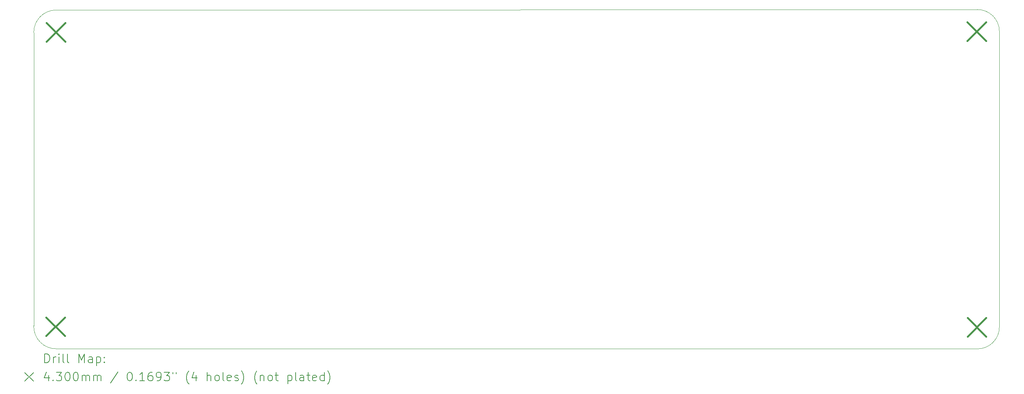
<source format=gbr>
%FSLAX45Y45*%
G04 Gerber Fmt 4.5, Leading zero omitted, Abs format (unit mm)*
G04 Created by KiCad (PCBNEW 6.0.6-3a73a75311~116~ubuntu20.04.1) date 2022-10-05 11:55:43*
%MOMM*%
%LPD*%
G01*
G04 APERTURE LIST*
%TA.AperFunction,Profile*%
%ADD10C,0.100000*%
%TD*%
%ADD11C,0.200000*%
%ADD12C,0.430000*%
G04 APERTURE END LIST*
D10*
X25599400Y-12517819D02*
G75*
G03*
X26109400Y-12005600I5600J504429D01*
G01*
X26109395Y-5215600D02*
G75*
G03*
X25599400Y-4715600I-502726J-2680D01*
G01*
X26109400Y-5215600D02*
X26109400Y-12005600D01*
X25599400Y-12517818D02*
X4449400Y-12515600D01*
X4439400Y-4725600D02*
G75*
G03*
X3929400Y-5245600I5962J-515944D01*
G01*
X3929400Y-11985600D02*
X3929400Y-5245600D01*
X4439400Y-4725600D02*
X25599400Y-4715600D01*
X3929401Y-11985600D02*
G75*
G03*
X4449400Y-12515600I513809J-15980D01*
G01*
D11*
D12*
X4210400Y-11790600D02*
X4640400Y-12220600D01*
X4640400Y-11790600D02*
X4210400Y-12220600D01*
X4220400Y-5020600D02*
X4650400Y-5450600D01*
X4650400Y-5020600D02*
X4220400Y-5450600D01*
X25374400Y-5005600D02*
X25804400Y-5435600D01*
X25804400Y-5005600D02*
X25374400Y-5435600D01*
X25376400Y-11805600D02*
X25806400Y-12235600D01*
X25806400Y-11805600D02*
X25376400Y-12235600D01*
D11*
X4181772Y-12833326D02*
X4181772Y-12633326D01*
X4229391Y-12633326D01*
X4257962Y-12642850D01*
X4277010Y-12661898D01*
X4286534Y-12680945D01*
X4296057Y-12719041D01*
X4296057Y-12747612D01*
X4286534Y-12785707D01*
X4277010Y-12804755D01*
X4257962Y-12823802D01*
X4229391Y-12833326D01*
X4181772Y-12833326D01*
X4381772Y-12833326D02*
X4381772Y-12699993D01*
X4381772Y-12738088D02*
X4391296Y-12719041D01*
X4400819Y-12709517D01*
X4419867Y-12699993D01*
X4438915Y-12699993D01*
X4505581Y-12833326D02*
X4505581Y-12699993D01*
X4505581Y-12633326D02*
X4496057Y-12642850D01*
X4505581Y-12652374D01*
X4515105Y-12642850D01*
X4505581Y-12633326D01*
X4505581Y-12652374D01*
X4629391Y-12833326D02*
X4610343Y-12823802D01*
X4600819Y-12804755D01*
X4600819Y-12633326D01*
X4734153Y-12833326D02*
X4715105Y-12823802D01*
X4705581Y-12804755D01*
X4705581Y-12633326D01*
X4962724Y-12833326D02*
X4962724Y-12633326D01*
X5029391Y-12776183D01*
X5096057Y-12633326D01*
X5096057Y-12833326D01*
X5277010Y-12833326D02*
X5277010Y-12728564D01*
X5267486Y-12709517D01*
X5248438Y-12699993D01*
X5210343Y-12699993D01*
X5191296Y-12709517D01*
X5277010Y-12823802D02*
X5257962Y-12833326D01*
X5210343Y-12833326D01*
X5191296Y-12823802D01*
X5181772Y-12804755D01*
X5181772Y-12785707D01*
X5191296Y-12766660D01*
X5210343Y-12757136D01*
X5257962Y-12757136D01*
X5277010Y-12747612D01*
X5372248Y-12699993D02*
X5372248Y-12899993D01*
X5372248Y-12709517D02*
X5391296Y-12699993D01*
X5429391Y-12699993D01*
X5448438Y-12709517D01*
X5457962Y-12719041D01*
X5467486Y-12738088D01*
X5467486Y-12795231D01*
X5457962Y-12814279D01*
X5448438Y-12823802D01*
X5429391Y-12833326D01*
X5391296Y-12833326D01*
X5372248Y-12823802D01*
X5553200Y-12814279D02*
X5562724Y-12823802D01*
X5553200Y-12833326D01*
X5543677Y-12823802D01*
X5553200Y-12814279D01*
X5553200Y-12833326D01*
X5553200Y-12709517D02*
X5562724Y-12719041D01*
X5553200Y-12728564D01*
X5543677Y-12719041D01*
X5553200Y-12709517D01*
X5553200Y-12728564D01*
X3724153Y-13062850D02*
X3924153Y-13262850D01*
X3924153Y-13062850D02*
X3724153Y-13262850D01*
X4267486Y-13119993D02*
X4267486Y-13253326D01*
X4219867Y-13043802D02*
X4172248Y-13186660D01*
X4296057Y-13186660D01*
X4372248Y-13234279D02*
X4381772Y-13243802D01*
X4372248Y-13253326D01*
X4362724Y-13243802D01*
X4372248Y-13234279D01*
X4372248Y-13253326D01*
X4448438Y-13053326D02*
X4572248Y-13053326D01*
X4505581Y-13129517D01*
X4534153Y-13129517D01*
X4553200Y-13139041D01*
X4562724Y-13148564D01*
X4572248Y-13167612D01*
X4572248Y-13215231D01*
X4562724Y-13234279D01*
X4553200Y-13243802D01*
X4534153Y-13253326D01*
X4477010Y-13253326D01*
X4457962Y-13243802D01*
X4448438Y-13234279D01*
X4696057Y-13053326D02*
X4715105Y-13053326D01*
X4734153Y-13062850D01*
X4743677Y-13072374D01*
X4753200Y-13091422D01*
X4762724Y-13129517D01*
X4762724Y-13177136D01*
X4753200Y-13215231D01*
X4743677Y-13234279D01*
X4734153Y-13243802D01*
X4715105Y-13253326D01*
X4696057Y-13253326D01*
X4677010Y-13243802D01*
X4667486Y-13234279D01*
X4657962Y-13215231D01*
X4648438Y-13177136D01*
X4648438Y-13129517D01*
X4657962Y-13091422D01*
X4667486Y-13072374D01*
X4677010Y-13062850D01*
X4696057Y-13053326D01*
X4886534Y-13053326D02*
X4905581Y-13053326D01*
X4924629Y-13062850D01*
X4934153Y-13072374D01*
X4943677Y-13091422D01*
X4953200Y-13129517D01*
X4953200Y-13177136D01*
X4943677Y-13215231D01*
X4934153Y-13234279D01*
X4924629Y-13243802D01*
X4905581Y-13253326D01*
X4886534Y-13253326D01*
X4867486Y-13243802D01*
X4857962Y-13234279D01*
X4848438Y-13215231D01*
X4838915Y-13177136D01*
X4838915Y-13129517D01*
X4848438Y-13091422D01*
X4857962Y-13072374D01*
X4867486Y-13062850D01*
X4886534Y-13053326D01*
X5038915Y-13253326D02*
X5038915Y-13119993D01*
X5038915Y-13139041D02*
X5048438Y-13129517D01*
X5067486Y-13119993D01*
X5096057Y-13119993D01*
X5115105Y-13129517D01*
X5124629Y-13148564D01*
X5124629Y-13253326D01*
X5124629Y-13148564D02*
X5134153Y-13129517D01*
X5153200Y-13119993D01*
X5181772Y-13119993D01*
X5200819Y-13129517D01*
X5210343Y-13148564D01*
X5210343Y-13253326D01*
X5305581Y-13253326D02*
X5305581Y-13119993D01*
X5305581Y-13139041D02*
X5315105Y-13129517D01*
X5334153Y-13119993D01*
X5362724Y-13119993D01*
X5381772Y-13129517D01*
X5391296Y-13148564D01*
X5391296Y-13253326D01*
X5391296Y-13148564D02*
X5400819Y-13129517D01*
X5419867Y-13119993D01*
X5448438Y-13119993D01*
X5467486Y-13129517D01*
X5477010Y-13148564D01*
X5477010Y-13253326D01*
X5867486Y-13043802D02*
X5696057Y-13300945D01*
X6124629Y-13053326D02*
X6143676Y-13053326D01*
X6162724Y-13062850D01*
X6172248Y-13072374D01*
X6181772Y-13091422D01*
X6191295Y-13129517D01*
X6191295Y-13177136D01*
X6181772Y-13215231D01*
X6172248Y-13234279D01*
X6162724Y-13243802D01*
X6143676Y-13253326D01*
X6124629Y-13253326D01*
X6105581Y-13243802D01*
X6096057Y-13234279D01*
X6086534Y-13215231D01*
X6077010Y-13177136D01*
X6077010Y-13129517D01*
X6086534Y-13091422D01*
X6096057Y-13072374D01*
X6105581Y-13062850D01*
X6124629Y-13053326D01*
X6277010Y-13234279D02*
X6286534Y-13243802D01*
X6277010Y-13253326D01*
X6267486Y-13243802D01*
X6277010Y-13234279D01*
X6277010Y-13253326D01*
X6477010Y-13253326D02*
X6362724Y-13253326D01*
X6419867Y-13253326D02*
X6419867Y-13053326D01*
X6400819Y-13081898D01*
X6381772Y-13100945D01*
X6362724Y-13110469D01*
X6648438Y-13053326D02*
X6610343Y-13053326D01*
X6591295Y-13062850D01*
X6581772Y-13072374D01*
X6562724Y-13100945D01*
X6553200Y-13139041D01*
X6553200Y-13215231D01*
X6562724Y-13234279D01*
X6572248Y-13243802D01*
X6591295Y-13253326D01*
X6629391Y-13253326D01*
X6648438Y-13243802D01*
X6657962Y-13234279D01*
X6667486Y-13215231D01*
X6667486Y-13167612D01*
X6657962Y-13148564D01*
X6648438Y-13139041D01*
X6629391Y-13129517D01*
X6591295Y-13129517D01*
X6572248Y-13139041D01*
X6562724Y-13148564D01*
X6553200Y-13167612D01*
X6762724Y-13253326D02*
X6800819Y-13253326D01*
X6819867Y-13243802D01*
X6829391Y-13234279D01*
X6848438Y-13205707D01*
X6857962Y-13167612D01*
X6857962Y-13091422D01*
X6848438Y-13072374D01*
X6838915Y-13062850D01*
X6819867Y-13053326D01*
X6781772Y-13053326D01*
X6762724Y-13062850D01*
X6753200Y-13072374D01*
X6743676Y-13091422D01*
X6743676Y-13139041D01*
X6753200Y-13158088D01*
X6762724Y-13167612D01*
X6781772Y-13177136D01*
X6819867Y-13177136D01*
X6838915Y-13167612D01*
X6848438Y-13158088D01*
X6857962Y-13139041D01*
X6924629Y-13053326D02*
X7048438Y-13053326D01*
X6981772Y-13129517D01*
X7010343Y-13129517D01*
X7029391Y-13139041D01*
X7038915Y-13148564D01*
X7048438Y-13167612D01*
X7048438Y-13215231D01*
X7038915Y-13234279D01*
X7029391Y-13243802D01*
X7010343Y-13253326D01*
X6953200Y-13253326D01*
X6934153Y-13243802D01*
X6924629Y-13234279D01*
X7124629Y-13053326D02*
X7124629Y-13091422D01*
X7200819Y-13053326D02*
X7200819Y-13091422D01*
X7496057Y-13329517D02*
X7486534Y-13319993D01*
X7467486Y-13291422D01*
X7457962Y-13272374D01*
X7448438Y-13243802D01*
X7438915Y-13196183D01*
X7438915Y-13158088D01*
X7448438Y-13110469D01*
X7457962Y-13081898D01*
X7467486Y-13062850D01*
X7486534Y-13034279D01*
X7496057Y-13024755D01*
X7657962Y-13119993D02*
X7657962Y-13253326D01*
X7610343Y-13043802D02*
X7562724Y-13186660D01*
X7686534Y-13186660D01*
X7915105Y-13253326D02*
X7915105Y-13053326D01*
X8000819Y-13253326D02*
X8000819Y-13148564D01*
X7991295Y-13129517D01*
X7972248Y-13119993D01*
X7943676Y-13119993D01*
X7924629Y-13129517D01*
X7915105Y-13139041D01*
X8124629Y-13253326D02*
X8105581Y-13243802D01*
X8096057Y-13234279D01*
X8086534Y-13215231D01*
X8086534Y-13158088D01*
X8096057Y-13139041D01*
X8105581Y-13129517D01*
X8124629Y-13119993D01*
X8153200Y-13119993D01*
X8172248Y-13129517D01*
X8181772Y-13139041D01*
X8191295Y-13158088D01*
X8191295Y-13215231D01*
X8181772Y-13234279D01*
X8172248Y-13243802D01*
X8153200Y-13253326D01*
X8124629Y-13253326D01*
X8305581Y-13253326D02*
X8286534Y-13243802D01*
X8277010Y-13224755D01*
X8277010Y-13053326D01*
X8457962Y-13243802D02*
X8438915Y-13253326D01*
X8400819Y-13253326D01*
X8381772Y-13243802D01*
X8372248Y-13224755D01*
X8372248Y-13148564D01*
X8381772Y-13129517D01*
X8400819Y-13119993D01*
X8438915Y-13119993D01*
X8457962Y-13129517D01*
X8467486Y-13148564D01*
X8467486Y-13167612D01*
X8372248Y-13186660D01*
X8543677Y-13243802D02*
X8562724Y-13253326D01*
X8600819Y-13253326D01*
X8619867Y-13243802D01*
X8629391Y-13224755D01*
X8629391Y-13215231D01*
X8619867Y-13196183D01*
X8600819Y-13186660D01*
X8572248Y-13186660D01*
X8553200Y-13177136D01*
X8543677Y-13158088D01*
X8543677Y-13148564D01*
X8553200Y-13129517D01*
X8572248Y-13119993D01*
X8600819Y-13119993D01*
X8619867Y-13129517D01*
X8696057Y-13329517D02*
X8705581Y-13319993D01*
X8724629Y-13291422D01*
X8734153Y-13272374D01*
X8743677Y-13243802D01*
X8753200Y-13196183D01*
X8753200Y-13158088D01*
X8743677Y-13110469D01*
X8734153Y-13081898D01*
X8724629Y-13062850D01*
X8705581Y-13034279D01*
X8696057Y-13024755D01*
X9057962Y-13329517D02*
X9048438Y-13319993D01*
X9029391Y-13291422D01*
X9019867Y-13272374D01*
X9010343Y-13243802D01*
X9000819Y-13196183D01*
X9000819Y-13158088D01*
X9010343Y-13110469D01*
X9019867Y-13081898D01*
X9029391Y-13062850D01*
X9048438Y-13034279D01*
X9057962Y-13024755D01*
X9134153Y-13119993D02*
X9134153Y-13253326D01*
X9134153Y-13139041D02*
X9143677Y-13129517D01*
X9162724Y-13119993D01*
X9191296Y-13119993D01*
X9210343Y-13129517D01*
X9219867Y-13148564D01*
X9219867Y-13253326D01*
X9343677Y-13253326D02*
X9324629Y-13243802D01*
X9315105Y-13234279D01*
X9305581Y-13215231D01*
X9305581Y-13158088D01*
X9315105Y-13139041D01*
X9324629Y-13129517D01*
X9343677Y-13119993D01*
X9372248Y-13119993D01*
X9391296Y-13129517D01*
X9400819Y-13139041D01*
X9410343Y-13158088D01*
X9410343Y-13215231D01*
X9400819Y-13234279D01*
X9391296Y-13243802D01*
X9372248Y-13253326D01*
X9343677Y-13253326D01*
X9467486Y-13119993D02*
X9543677Y-13119993D01*
X9496057Y-13053326D02*
X9496057Y-13224755D01*
X9505581Y-13243802D01*
X9524629Y-13253326D01*
X9543677Y-13253326D01*
X9762724Y-13119993D02*
X9762724Y-13319993D01*
X9762724Y-13129517D02*
X9781772Y-13119993D01*
X9819867Y-13119993D01*
X9838915Y-13129517D01*
X9848438Y-13139041D01*
X9857962Y-13158088D01*
X9857962Y-13215231D01*
X9848438Y-13234279D01*
X9838915Y-13243802D01*
X9819867Y-13253326D01*
X9781772Y-13253326D01*
X9762724Y-13243802D01*
X9972248Y-13253326D02*
X9953200Y-13243802D01*
X9943677Y-13224755D01*
X9943677Y-13053326D01*
X10134153Y-13253326D02*
X10134153Y-13148564D01*
X10124629Y-13129517D01*
X10105581Y-13119993D01*
X10067486Y-13119993D01*
X10048438Y-13129517D01*
X10134153Y-13243802D02*
X10115105Y-13253326D01*
X10067486Y-13253326D01*
X10048438Y-13243802D01*
X10038915Y-13224755D01*
X10038915Y-13205707D01*
X10048438Y-13186660D01*
X10067486Y-13177136D01*
X10115105Y-13177136D01*
X10134153Y-13167612D01*
X10200819Y-13119993D02*
X10277010Y-13119993D01*
X10229391Y-13053326D02*
X10229391Y-13224755D01*
X10238915Y-13243802D01*
X10257962Y-13253326D01*
X10277010Y-13253326D01*
X10419867Y-13243802D02*
X10400819Y-13253326D01*
X10362724Y-13253326D01*
X10343677Y-13243802D01*
X10334153Y-13224755D01*
X10334153Y-13148564D01*
X10343677Y-13129517D01*
X10362724Y-13119993D01*
X10400819Y-13119993D01*
X10419867Y-13129517D01*
X10429391Y-13148564D01*
X10429391Y-13167612D01*
X10334153Y-13186660D01*
X10600819Y-13253326D02*
X10600819Y-13053326D01*
X10600819Y-13243802D02*
X10581772Y-13253326D01*
X10543677Y-13253326D01*
X10524629Y-13243802D01*
X10515105Y-13234279D01*
X10505581Y-13215231D01*
X10505581Y-13158088D01*
X10515105Y-13139041D01*
X10524629Y-13129517D01*
X10543677Y-13119993D01*
X10581772Y-13119993D01*
X10600819Y-13129517D01*
X10677010Y-13329517D02*
X10686534Y-13319993D01*
X10705581Y-13291422D01*
X10715105Y-13272374D01*
X10724629Y-13243802D01*
X10734153Y-13196183D01*
X10734153Y-13158088D01*
X10724629Y-13110469D01*
X10715105Y-13081898D01*
X10705581Y-13062850D01*
X10686534Y-13034279D01*
X10677010Y-13024755D01*
M02*

</source>
